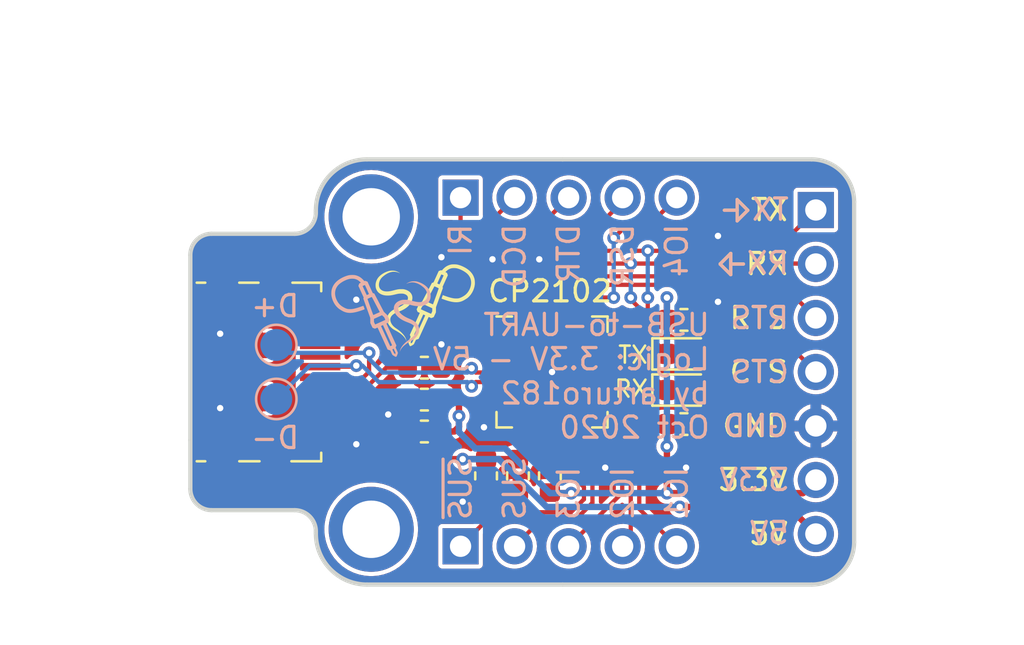
<source format=kicad_pcb>
(kicad_pcb (version 20221018) (generator pcbnew)
  (layers (0 "F.Cu" signal) (31 "B.Cu" signal) (34 "B.Paste" user) (35 "F.Paste" user) (36 "B.SilkS" user "B.Silkscreen") (37 "F.SilkS" user "F.Silkscreen") (38 "B.Mask" user) (39 "F.Mask" user) (44 "Edge.Cuts" user))
  (net 0 "")
  (net 1 "GND")
  (net 2 "+3V3")
  (net 3 "VBUS")
  (net 4 "Net-(D1-Pad2)")
  (net 5 "Net-(D2-Pad2)")
  (net 6 "Net-(J1-PadA5)")
  (net 7 "/D+")
  (net 8 "/D-")
  (net 9 "Net-(J1-PadB5)")
  (net 10 "Net-(R4-Pad1)")
  (net 11 "/~{DTR}")
  (net 12 "/~{DSR}")
  (net 13 "/TXD")
  (net 14 "/RXD")
  (net 15 "/~{RTS}")
  (net 16 "/~{CTS}")
  (net 17 "Net-(U1-Pad15)")
  (net 18 "Net-(U1-Pad14)")
  (net 19 "Net-(U1-Pad13)")
  (net 20 "Net-(U1-Pad10)")
  (net 21 "/GPIO6")
  (net 22 "/SUSPEND")
  (net 23 "/~{SUSPEND}")
  (net 24 "/GPIO4")
  (net 25 "/GPIO5")
  (net 26 "/~{RI}")
  (net 27 "/~{DCD}")
  (net 28 "/GPIO0")
  (net 29 "/GPIO1")
  (net 30 "/GPIO2")
  (net 31 "/GPIO3")
  (footprint "Capacitor_SMD:C_0603_1608Metric" (layer "F.Cu") (at 137.6 84.3 180)
    (fp_text reference "C1" hide)
    (fp_text value "0.1uF")
    (pad "1" smd roundrect (at -0.7875 0 180) (size 0.875 0.95) (layers "F.Cu" "F.Paste" "F.Mask") (net 2 "+3V3"))
    (pad "2" smd roundrect (at 0.7875 0 180) (size 0.875 0.95) (layers "F.Cu" "F.Paste" "F.Mask") (net 1 "GND"))
  )
  (footprint "LED_SMD:LED_0603_1608Metric" (layer "F.Cu") (at 149.8 82.35)
    (fp_text reference "D1" hide)
    (fp_text value "LED_RXD")
    (pad "1" smd roundrect (at -0.7875 0) (size 0.875 0.95) (layers "F.Cu" "F.Paste" "F.Mask") (net 14 "/RXD"))
    (pad "2" smd roundrect (at 0.7875 0) (size 0.875 0.95) (layers "F.Cu" "F.Paste" "F.Mask") (net 4 "Net-(D1-Pad2)"))
  )
  (footprint "Capacitor_SMD:C_0603_1608Metric" (layer "F.Cu") (at 142 86.3875 -90)
    (fp_text reference "C4" hide)
    (fp_text value "4.7uF")
    (pad "1" smd roundrect (at -0.7875 0 270) (size 0.875 0.95) (layers "F.Cu" "F.Paste" "F.Mask") (net 3 "VBUS"))
    (pad "2" smd roundrect (at 0.7875 0 270) (size 0.875 0.95) (layers "F.Cu" "F.Paste" "F.Mask") (net 1 "GND"))
  )
  (footprint "Package_DFN_QFN:QFN-28-1EP_5x5mm_P0.5mm_EP3.35x3.35mm" (layer "F.Cu") (at 143.6 81.5)
    (fp_text reference "U1" hide)
    (fp_text value "CP2102N-Axx-xQFN28")
    (pad "1" smd roundrect (at -2.45 -1.5) (size 0.8 0.25) (layers "F.Cu" "F.Paste" "F.Mask") (net 27 "/~{DCD}"))
    (pad "2" smd roundrect (at -2.45 -1) (size 0.8 0.25) (layers "F.Cu" "F.Paste" "F.Mask") (net 26 "/~{RI}"))
    (pad "3" smd roundrect (at -2.45 -0.5) (size 0.8 0.25) (layers "F.Cu" "F.Paste" "F.Mask") (net 1 "GND"))
    (pad "4" smd roundrect (at -2.45 0) (size 0.8 0.25) (layers "F.Cu" "F.Paste" "F.Mask") (net 7 "/D+"))
    (pad "5" smd roundrect (at -2.45 0.5) (size 0.8 0.25) (layers "F.Cu" "F.Paste" "F.Mask") (net 8 "/D-"))
    (pad "6" smd roundrect (at -2.45 1) (size 0.8 0.25) (layers "F.Cu" "F.Paste" "F.Mask") (net 2 "+3V3"))
    (pad "7" smd roundrect (at -2.45 1.5) (size 0.8 0.25) (layers "F.Cu" "F.Paste" "F.Mask") (net 3 "VBUS"))
    (pad "8" smd roundrect (at -1.5 2.45) (size 0.25 0.8) (layers "F.Cu" "F.Paste" "F.Mask") (net 3 "VBUS"))
    (pad "9" smd roundrect (at -1 2.45) (size 0.25 0.8) (layers "F.Cu" "F.Paste" "F.Mask") (net 10 "Net-(R4-Pad1)"))
    (pad "10" smd roundrect (at -0.5 2.45) (size 0.25 0.8) (layers "F.Cu" "F.Paste" "F.Mask") (net 20 "Net-(U1-Pad10)"))
    (pad "11" smd roundrect (at 0 2.45) (size 0.25 0.8) (layers "F.Cu" "F.Paste" "F.Mask") (net 23 "/~{SUSPEND}"))
    (pad "12" smd roundrect (at 0.5 2.45) (size 0.25 0.8) (layers "F.Cu" "F.Paste" "F.Mask") (net 22 "/SUSPEND"))
    (pad "13" smd roundrect (at 1 2.45) (size 0.25 0.8) (layers "F.Cu" "F.Paste" "F.Mask") (net 19 "Net-(U1-Pad13)"))
    (pad "14" smd roundrect (at 1.5 2.45) (size 0.25 0.8) (layers "F.Cu" "F.Paste" "F.Mask") (net 18 "Net-(U1-Pad14)"))
    (pad "15" smd roundrect (at 2.45 1.5) (size 0.8 0.25) (layers "F.Cu" "F.Paste" "F.Mask") (net 17 "Net-(U1-Pad15)"))
    (pad "16" smd roundrect (at 2.45 1) (size 0.8 0.25) (layers "F.Cu" "F.Paste" "F.Mask") (net 31 "/GPIO3"))
    (pad "17" smd roundrect (at 2.45 0.5) (size 0.8 0.25) (layers "F.Cu" "F.Paste" "F.Mask") (net 30 "/GPIO2"))
    (pad "18" smd roundrect (at 2.45 0) (size 0.8 0.25) (layers "F.Cu" "F.Paste" "F.Mask") (net 29 "/GPIO1"))
    (pad "19" smd roundrect (at 2.45 -0.5) (size 0.8 0.25) (layers "F.Cu" "F.Paste" "F.Mask") (net 28 "/GPIO0"))
    (pad "20" smd roundrect (at 2.45 -1) (size 0.8 0.25) (layers "F.Cu" "F.Paste" "F.Mask") (net 21 "/GPIO6"))
    (pad "21" smd roundrect (at 2.45 -1.5) (size 0.8 0.25) (layers "F.Cu" "F.Paste" "F.Mask") (net 25 "/GPIO5"))
    (pad "22" smd roundrect (at 1.5 -2.45) (size 0.25 0.8) (layers "F.Cu" "F.Paste" "F.Mask") (net 24 "/GPIO4"))
    (pad "23" smd roundrect (at 1 -2.45) (size 0.25 0.8) (layers "F.Cu" "F.Paste" "F.Mask") (net 16 "/~{CTS}"))
    (pad "24" smd roundrect (at 0.5 -2.45) (size 0.25 0.8) (layers "F.Cu" "F.Paste" "F.Mask") (net 15 "/~{RTS}"))
    (pad "25" smd roundrect (at 0 -2.45) (size 0.25 0.8) (layers "F.Cu" "F.Paste" "F.Mask") (net 14 "/RXD"))
    (pad "26" smd roundrect (at -0.5 -2.45) (size 0.25 0.8) (layers "F.Cu" "F.Paste" "F.Mask") (net 13 "/TXD"))
    (pad "27" smd roundrect (at -1 -2.45) (size 0.25 0.8) (layers "F.Cu" "F.Paste" "F.Mask") (net 12 "/~{DSR}"))
    (pad "28" smd roundrect (at -1.5 -2.45) (size 0.25 0.8) (layers "F.Cu" "F.Paste" "F.Mask") (net 11 "/~{DTR}"))
    (pad "29" smd rect (at 0 0) (size 3.35 3.35) (layers "F.Cu" "F.Mask") (net 1 "GND"))
  )
  (footprint "Resistor_SMD:R_0603_1608Metric" (layer "F.Cu") (at 143.5 86.3875 -90)
    (fp_text reference "R4" hide)
    (fp_text value "10K")
    (pad "1" smd roundrect (at -0.7875 0 270) (size 0.875 0.95) (layers "F.Cu" "F.Paste" "F.Mask") (net 10 "Net-(R4-Pad1)"))
    (pad "2" smd roundrect (at 0.7875 0 270) (size 0.875 0.95) (layers "F.Cu" "F.Paste" "F.Mask") (net 2 "+3V3"))
  )
  (footprint "Capacitor_SMD:C_0603_1608Metric" (layer "F.Cu") (at 140.5 86.3875 -90)
    (fp_text reference "C3" hide)
    (fp_text value "0.1uF")
    (pad "1" smd roundrect (at -0.7875 0 270) (size 0.875 0.95) (layers "F.Cu" "F.Paste" "F.Mask") (net 3 "VBUS"))
    (pad "2" smd roundrect (at 0.7875 0 270) (size 0.875 0.95) (layers "F.Cu" "F.Paste" "F.Mask") (net 1 "GND"))
  )
  (footprint "MountingHole:MountingHole_2.7mm_M2.5_DIN965_Pad" (layer "F.Cu") (at 135.1 74.2)
    (fp_text reference "REF**" hide)
    (fp_text value "MountingHole_2.7mm_M2.5_DIN965_Pad")
    (pad "1" thru_hole circle (at 0 0) (size 4 4) (drill 2.7) (layers "*.Cu" "*.Mask"))
  )
  (footprint "Connector_USB_Extra:USB_C_Plug_UTC009-C12" (layer "F.Cu") (at 132.5 81.5 -90)
    (fp_text reference "J1" hide)
    (fp_text value "USB_C_Plug_USB2.0")
    (pad "A1" smd rect (at 2.75 -0.2 270) (size 0.35 1.9) (layers "F.Cu" "F.Paste" "F.Mask") (net 1 "GND"))
    (pad "A4" smd rect (at 1.25 -0.2 270) (size 0.35 1.9) (layers "F.Cu" "F.Paste" "F.Mask") (net 3 "VBUS"))
    (pad "A5" smd rect (at 0.75 -0.2 270) (size 0.35 1.9) (layers "F.Cu" "F.Paste" "F.Mask") (net 6 "Net-(J1-PadA5)"))
    (pad "A6" smd rect (at 0.25 -0.2 270) (size 0.35 1.9) (layers "F.Cu" "F.Paste" "F.Mask") (net 7 "/D+"))
    (pad "A7" smd rect (at -0.25 -0.2 270) (size 0.35 1.9) (layers "F.Cu" "F.Paste" "F.Mask") (net 8 "/D-"))
    (pad "A10" smd rect (at -1.75 -0.2 270) (size 0.35 1.9) (layers "F.Cu" "F.Paste" "F.Mask"))
    (pad "A11" smd rect (at -2.25 -0.2 270) (size 0.35 1.9) (layers "F.Cu" "F.Paste" "F.Mask"))
    (pad "B2" smd rect (at -2.75 -0.2 270) (size 0.35 1.9) (layers "F.Cu" "F.Paste" "F.Mask"))
    (pad "B3" smd rect (at -1.25 -0.2 270) (size 0.35 1.9) (layers "F.Cu" "F.Paste" "F.Mask"))
    (pad "B5" smd rect (at -0.75 -0.2 270) (size 0.35 1.9) (layers "F.Cu" "F.Paste" "F.Mask") (net 9 "Net-(J1-PadB5)"))
    (pad "B9" smd rect (at 1.75 -0.2 270) (size 0.35 1.9) (layers "F.Cu" "F.Paste" "F.Mask") (net 3 "VBUS"))
    (pad "B12" smd rect (at 2.25 -0.2 270) (size 0.35 1.9) (layers "F.Cu" "F.Paste" "F.Mask") (net 1 "GND"))
    (pad "S1" smd rect (at -4.55 1.9 270) (size 1.5 1.4) (layers "F.Cu" "F.Paste" "F.Mask") (net 1 "GND"))
    (pad "S1" smd rect (at -4.55 4.4 270) (size 1.5 1.4) (layers "F.Cu" "F.Paste" "F.Mask") (net 1 "GND"))
    (pad "S1" smd rect (at -3.4 -0.1 270) (size 0.65 2.1) (layers "F.Cu" "F.Paste" "F.Mask") (net 1 "GND"))
    (pad "S1" smd rect (at -1.75 4.5 270) (size 1.2 1.2) (layers "F.Cu" "F.Paste" "F.Mask") (net 1 "GND"))
    (pad "S1" smd rect (at -1.25 2.75 270) (size 1.2 1.2) (layers "F.Cu" "F.Paste" "F.Mask") (net 1 "GND"))
    (pad "S1" smd rect (at 1.25 2.75 270) (size 1.2 1.2) (layers "F.Cu" "F.Paste" "F.Mask") (net 1 "GND"))
    (pad "S1" smd rect (at 1.75 4.5 270) (size 1.2 1.2) (layers "F.Cu" "F.Paste" "F.Mask") (net 1 "GND"))
    (pad "S1" smd rect (at 3.4 -0.1 270) (size 0.65 2.1) (layers "F.Cu" "F.Paste" "F.Mask") (net 1 "GND"))
    (pad "S1" smd rect (at 4.55 1.9 270) (size 1.5 1.3) (layers "F.Cu" "F.Paste" "F.Mask") (net 1 "GND"))
    (pad "S1" smd rect (at 4.55 4.4 270) (size 1.5 1.4) (layers "F.Cu" "F.Paste" "F.Mask") (net 1 "GND"))
  )
  (footprint "LED_SMD:LED_0603_1608Metric" (layer "F.Cu") (at 149.8 80.65)
    (fp_text reference "D2" hide)
    (fp_text value "LED_TXD")
    (pad "1" smd roundrect (at -0.7875 0) (size 0.875 0.95) (layers "F.Cu" "F.Paste" "F.Mask") (net 13 "/TXD"))
    (pad "2" smd roundrect (at 0.7875 0) (size 0.875 0.95) (layers "F.Cu" "F.Paste" "F.Mask") (net 5 "Net-(D2-Pad2)"))
  )
  (footprint "Symbols_Extra:SolderParty-New-Logo_5x4.2mm_SilkScreen" (layer "F.Cu") (at 137.8 78.2)
    (fp_text reference "G***" hide)
    (fp_text value "LOGO" hide)
  )
  (footprint "Connector_PinHeader_2.54mm:PinHeader_1x07_P2.54mm_Vertical" (layer "F.Cu") (at 156 73.88)
    (fp_text reference "J2" hide)
    (fp_text value "Conn_01x07")
    (pad "1" thru_hole rect (at 0 0) (size 1.7 1.7) (drill 1) (layers "*.Cu" "*.Mask") (net 13 "/TXD"))
    (pad "2" thru_hole oval (at 0 2.54) (size 1.7 1.7) (drill 1) (layers "*.Cu" "*.Mask") (net 14 "/RXD"))
    (pad "3" thru_hole oval (at 0 5.08) (size 1.7 1.7) (drill 1) (layers "*.Cu" "*.Mask") (net 15 "/~{RTS}"))
    (pad "4" thru_hole oval (at 0 7.62) (size 1.7 1.7) (drill 1) (layers "*.Cu" "*.Mask") (net 16 "/~{CTS}"))
    (pad "5" thru_hole oval (at 0 10.16) (size 1.7 1.7) (drill 1) (layers "*.Cu" "*.Mask") (net 1 "GND"))
    (pad "6" thru_hole oval (at 0 12.7) (size 1.7 1.7) (drill 1) (layers "*.Cu" "*.Mask") (net 2 "+3V3"))
    (pad "7" thru_hole oval (at 0 15.24) (size 1.7 1.7) (drill 1) (layers "*.Cu" "*.Mask") (net 3 "VBUS"))
  )
  (footprint "Capacitor_SMD:C_0603_1608Metric" (layer "F.Cu") (at 137.6 82.8 180)
    (fp_text reference "C2" hide)
    (fp_text value "4.7uF")
    (pad "1" smd roundrect (at -0.7875 0 180) (size 0.875 0.95) (layers "F.Cu" "F.Paste" "F.Mask") (net 2 "+3V3"))
    (pad "2" smd roundrect (at 0.7875 0 180) (size 0.875 0.95) (layers "F.Cu" "F.Paste" "F.Mask") (net 1 "GND"))
  )
  (footprint "Resistor_SMD:R_0603_1608Metric" (layer "F.Cu") (at 137.6 81.3 180)
    (fp_text reference "R3" hide)
    (fp_text value "5.1K")
    (pad "1" smd roundrect (at -0.7875 0 180) (size 0.875 0.95) (layers "F.Cu" "F.Paste" "F.Mask") (net 1 "GND"))
    (pad "2" smd roundrect (at 0.7875 0 180) (size 0.875 0.95) (layers "F.Cu" "F.Paste" "F.Mask") (net 6 "Net-(J1-PadA5)"))
  )
  (footprint "Resistor_SMD:R_0603_1608Metric" (layer "F.Cu") (at 149.8 83.95 180)
    (fp_text reference "R1" hide)
    (fp_text value "1K")
    (pad "1" smd roundrect (at -0.7875 0 180) (size 0.875 0.95) (layers "F.Cu" "F.Paste" "F.Mask") (net 4 "Net-(D1-Pad2)"))
    (pad "2" smd roundrect (at 0.7875 0 180) (size 0.875 0.95) (layers "F.Cu" "F.Paste" "F.Mask") (net 2 "+3V3"))
  )
  (footprint "Connector_PinHeader_2.54mm:PinHeader_1x05_P2.54mm_Vertical" (layer "F.Cu") (at 139.3 73.3 90)
    (fp_text reference "J4" hide)
    (fp_text value "Conn_01x05")
    (pad "1" thru_hole rect (at 0 0 90) (size 1.7 1.7) (drill 1) (layers "*.Cu" "*.Mask") (net 26 "/~{RI}"))
    (pad "2" thru_hole oval (at 0 2.54 90) (size 1.7 1.7) (drill 1) (layers "*.Cu" "*.Mask") (net 27 "/~{DCD}"))
    (pad "3" thru_hole oval (at 0 5.08 90) (size 1.7 1.7) (drill 1) (layers "*.Cu" "*.Mask") (net 11 "/~{DTR}"))
    (pad "4" thru_hole oval (at 0 7.62 90) (size 1.7 1.7) (drill 1) (layers "*.Cu" "*.Mask") (net 12 "/~{DSR}"))
    (pad "5" thru_hole oval (at 0 10.16 90) (size 1.7 1.7) (drill 1) (layers "*.Cu" "*.Mask") (net 24 "/GPIO4"))
  )
  (footprint "MountingHole:MountingHole_2.7mm_M2.5_DIN965_Pad" (layer "F.Cu") (at 135.1 88.9)
    (fp_text reference "REF**" hide)
    (fp_text value "MountingHole_2.7mm_M2.5_DIN965_Pad")
    (pad "1" thru_hole circle (at 0 0) (size 4 4) (drill 2.7) (layers "*.Cu" "*.Mask"))
  )
  (footprint "Connector_PinHeader_2.54mm:PinHeader_1x05_P2.54mm_Vertical" (layer "F.Cu") (at 139.3 89.7 90)
    (fp_text reference "J3" hide)
    (fp_text value "Conn_01x05")
    (pad "1" thru_hole rect (at 0 0 90) (size 1.7 1.7) (drill 1) (layers "*.Cu" "*.Mask") (net 23 "/~{SUSPEND}"))
    (pad "2" thru_hole oval (at 0 2.54 90) (size 1.7 1.7) (drill 1) (layers "*.Cu" "*.Mask") (net 22 "/SUSPEND"))
    (pad "3" thru_hole oval (at 0 5.08 90) (size 1.7 1.7) (drill 1) (layers "*.Cu" "*.Mask") (net 31 "/GPIO3"))
    (pad "4" thru_hole oval (at 0 7.62 90) (size 1.7 1.7) (drill 1) (layers "*.Cu" "*.Mask") (net 30 "/GPIO2"))
    (pad "5" thru_hole oval (at 0 10.16 90) (size 1.7 1.7) (drill 1) (layers "*.Cu" "*.Mask") (net 29 "/GPIO1"))
  )
  (footprint "Resistor_SMD:R_0603_1608Metric" (layer "F.Cu") (at 149.8 79.05 180)
    (fp_text reference "R2" hide)
    (fp_text value "1K")
    (pad "1" smd roundrect (at -0.7875 0 180) (size 0.875 0.95) (layers "F.Cu" "F.Paste" "F.Mask") (net 5 "Net-(D2-Pad2)"))
    (pad "2" smd roundrect (at 0.7875 0 180) (size 0.875 0.95) (layers "F.Cu" "F.Paste" "F.Mask") (net 2 "+3V3"))
  )
  (footprint "TestPoint:TestPoint_Pad_D1.5mm" (layer "B.Cu") (at 130.64 80.229997 -90)
    (fp_text reference "TP2" hide)
    (fp_text value "TP_D+")
    (pad "1" smd circle (at 0 0 270) (size 1.5 1.5) (layers "B.Cu" "B.Mask") (net 7 "/D+"))
  )
  (footprint "Symbols_Extra:SolderParty-New-Logo_5x4.2mm_SilkScreen" (layer "B.Cu") (at 135.4 78.7 180)
    (fp_text reference "G***" hide)
    (fp_text value "LOGO" hide)
  )
  (footprint "TestPoint:TestPoint_Pad_D1.5mm" (layer "B.Cu") (at 130.64 82.77 -90)
    (fp_text reference "TP1" hide)
    (fp_text value "TP_D-")
    (pad "1" smd circle (at 0 0 270) (size 1.5 1.5) (layers "B.Cu" "B.Mask") (net 8 "/D-"))
  )
  (gr_line (start 152.3 74.395) (end 152.3 73.395) (stroke (width 0.15)) (layer "B.SilkS"))
  (gr_line (start 151.5 76.425) (end 152 75.925) (stroke (width 0.15)) (layer "B.SilkS"))
  (gr_line (start 152.8 73.895) (end 152.3 73.395) (stroke (width 0.15)) (layer "B.SilkS"))
  (gr_line (start 152 76.425) (end 152.6 76.425) (stroke (width 0.15)) (layer "B.SilkS"))
  (gr_line (start 152.300001 73.895) (end 151.700001 73.895) (stroke (width 0.15)) (layer "B.SilkS"))
  (gr_line (start 151.5 76.425) (end 152 76.925) (stroke (width 0.15)) (layer "B.SilkS"))
  (gr_line (start 152 75.925) (end 152 76.925) (stroke (width 0.15)) (layer "B.SilkS"))
  (gr_line (start 152.8 73.895) (end 152.3 74.395) (stroke (width 0.15)) (layer "B.SilkS"))
  (gr_line (start 152.8 73.89) (end 152.3 74.39) (stroke (width 0.15)) (layer "F.SilkS"))
  (gr_line (start 152 76.42) (end 152.6 76.42) (stroke (width 0.15)) (layer "F.SilkS"))
  (gr_line (start 152.8 73.89) (end 152.3 73.39) (stroke (width 0.15)) (layer "F.SilkS"))
  (gr_line (start 151.5 76.42) (end 152 76.92) (stroke (width 0.15)) (layer "F.SilkS"))
  (gr_line (start 151.5 76.42) (end 152 75.92) (stroke (width 0.15)) (layer "F.SilkS"))
  (gr_line (start 152 76.92) (end 152 75.92) (stroke (width 0.15)) (layer "F.SilkS"))
  (gr_line (start 152.3 73.39) (end 152.3 74.39) (stroke (width 0.15)) (layer "F.SilkS"))
  (gr_line (start 152.300001 73.89) (end 151.700001 73.89) (stroke (width 0.15)) (layer "F.SilkS"))
  (gr_line (start 131.5 75) (end 127.6 75) (stroke (width 0.2)) (layer "Edge.Cuts"))
  (gr_line (start 155.8 91.500001) (end 144.1 91.5) (stroke (width 0.2)) (layer "Edge.Cuts"))
  (gr_arc (start 132.5 73.900001) (mid 133.202944 72.202945) (end 134.9 71.500001) (stroke (width 0.2)) (layer "Edge.Cuts"))
  (gr_arc (start 126.6 76) (mid 126.892893 75.292893) (end 127.6 75) (stroke (width 0.2)) (layer "Edge.Cuts"))
  (gr_line (start 157.8 84.7) (end 157.800001 89.5) (stroke (width 0.2)) (layer "Edge.Cuts"))
  (gr_arc (start 132.5 74) (mid 132.207107 74.707107) (end 131.5 75) (stroke (width 0.2)) (layer "Edge.Cuts"))
  (gr_arc (start 157.800001 89.5) (mid 157.214214 90.914214) (end 155.8 91.500001) (stroke (width 0.2)) (layer "Edge.Cuts"))
  (gr_line (start 144.1 91.5) (end 134.9 91.5) (stroke (width 0.2)) (layer "Edge.Cuts"))
  (gr_line (start 126.6 87) (end 126.6 84.7) (stroke (width 0.2)) (layer "Edge.Cuts"))
  (gr_line (start 131.5 88) (end 127.6 88) (stroke (width 0.2)) (layer "Edge.Cuts"))
  (gr_line (start 132.5 74) (end 132.5 73.900001) (stroke (width 0.2)) (layer "Edge.Cuts"))
  (gr_line (start 144.1 71.500001) (end 134.9 71.500001) (stroke (width 0.2)) (layer "Edge.Cuts"))
  (gr_line (start 126.6 84.7) (end 126.6 76) (stroke (width 0.2)) (layer "Edge.Cuts"))
  (gr_line (start 155.799999 71.5) (end 144.1 71.500001) (stroke (width 0.2)) (layer "Edge.Cuts"))
  (gr_arc (start 134.9 91.5) (mid 133.202944 90.797056) (end 132.5 89.1) (stroke (width 0.2)) (layer "Edge.Cuts"))
  (gr_line (start 157.8 73.5) (end 157.8 84.7) (stroke (width 0.2)) (layer "Edge.Cuts"))
  (gr_arc (start 155.8 71.5) (mid 157.214214 72.085786) (end 157.8 73.5) (stroke (width 0.2)) (layer "Edge.Cuts"))
  (gr_line (start 132.5 89) (end 132.5 89.1) (stroke (width 0.2)) (layer "Edge.Cuts"))
  (gr_arc (start 127.6 88) (mid 126.892893 87.707107) (end 126.6 87) (stroke (width 0.2)) (layer "Edge.Cuts"))
  (gr_arc (start 131.5 88) (mid 132.207107 88.292893) (end 132.5 89) (stroke (width 0.2)) (layer "Edge.Cuts"))
  (gr_text "~{SUS}" (at 139.3 88.55 90) (layer "B.SilkS") (effects (font (size 1 1)) (justify right mirror)))
  (gr_text "GND" (at 151.57 84.04) (layer "B.SilkS") (effects (font (size 1 1)) (justify right mirror)))
  (gr_text "IO3" (at 144.38 88.55 90) (layer "B.SilkS") (effects (font (size 1 1)) (justify right mirror)))
  (gr_text "IO4" (at 149.46 74.45 90) (layer "B.SilkS") (effects (font (size 1 1)) (justify left mirror)))
  (gr_text "IO2" (at 146.92 88.55 90) (layer "B.SilkS") (effects (font (size 1 1)) (justify right mirror)))
  (gr_text "D-" (at 131.8 84.6) (layer "B.SilkS") (effects (font (size 1 1)) (justify left mirror)))
  (gr_text "3.3V" (at 151.381905 86.575) (layer "B.SilkS") (effects (font (size 1 1)) (justify right mirror)))
  (gr_text "SUS" (at 141.84 88.55 90) (layer "B.SilkS") (effects (font (size 1 1)) (justify right mirror)))
  (gr_text "TX" (at 152.905714 73.8575) (layer "B.SilkS") (effects (font (size 1 1)) (justify right mirror)))
  (gr_text "USB-to-UART\nLogic: 3.3V - 5V\nby arturo182\nOct 2020" (at 151.1 81.7) (layer "B.SilkS") (effects (font (size 1 1)) (justify left mirror)))
  (gr_text "D+" (at 131.8 78.4) (layer "B.SilkS") (effects (font (size 1 1)) (justify left mirror)))
  (gr_text "CTS" (at 151.91 81.5) (layer "B.SilkS") (effects (font (size 1 1)) (justify right mirror)))
  (gr_text "RX" (at 152.667619 76.3775) (layer "B.SilkS") (effects (font (size 1 1)) (justify right mirror)))
  (gr_text "DCD" (at 141.84 74.45 90) (layer "B.SilkS") (effects (font (size 1 1)) (justify left mirror)))
  (gr_text "DSR" (at 146.92 74.45 90) (layer "B.SilkS") (effects (font (size 1 1)) (justify left mirror)))
  (gr_text "5V" (at 152.810476 89.0725) (layer "B.SilkS") (effects (font (size 1 1)) (justify right mirror)))
  (gr_text "RTS" (at 151.905714 78.96) (layer "B.SilkS") (effects (font (size 1 1)) (justify right mirror)))
  (gr_text "DTR" (at 144.38 74.45 90) (layer "B.SilkS") (effects (font (size 1 1)) (justify left mirror)))
  (gr_text "RI" (at 139.3 74.45 90) (layer "B.SilkS") (effects (font (size 1 1)) (justify left mirror)))
  (gr_text "IO1" (at 149.46 88.55 90) (layer "B.SilkS") (effects (font (size 1 1)) (justify right mirror)))
  (gr_text "3.3V" (at 154.77 86.58) (layer "F.SilkS") (effects (font (size 1 1)) (justify right)))
  (gr_text "5V" (at 154.77 89.12) (layer "F.SilkS") (effects (font (size 1 1)) (justify right)))
  (gr_text "CTS" (at 154.77 81.5) (layer "F.SilkS") (effects (font (size 1 1)) (justify right)))
  (gr_text "TX" (at 148.1686 80.696) (layer "F.SilkS") (effects (font (size 0.8 0.8) (thickness 0.12)) (justify right)))
  (gr_text "GND" (at 154.77 84.04) (layer "F.SilkS") (effects (font (size 1 1)) (justify right)))
  (gr_text "CP2102" (at 143.5 77.7) (layer "F.SilkS") (effects (font (size 1 1))))
  (gr_text "RTS" (at 154.77 78.96) (layer "F.SilkS") (effects (font (size 1 1)) (justify right)))
  (gr_text "RX" (at 154.77 76.42) (layer "F.SilkS") (effects (font (size 1 1)) (justify right)))
  (gr_text "RX" (at 148.1836 82.296) (layer "F.SilkS") (effects (font (size 0.8 0.8) (thickness 0.12)) (justify right)))
  (gr_text "TX" (at 154.77 73.88) (layer "F.SilkS") (effects (font (size 1 1)) (justify right)))
  (segment (start 143.1 81) (end 143.6 81.5) (width 0.2) (layer "F.Cu") (net 1))
  (segment (start 143.6 81.5) (end 145.9 79.2) (width 0.2) (layer "F.Cu") (net 1))
  (segment (start 145.8 83.7) (end 145.8 84) (width 0.2) (layer "F.Cu") (net 1))
  (segment (start 141.15 81) (end 143.1 81) (width 0.2) (layer "F.Cu") (net 1))
  (segment (start 143.6 81.5) (end 145.8 83.7) (width 0.2) (layer "F.Cu") (net 1))
  (segment (start 143.6 81.5) (end 141.4 79.3) (width 0.2) (layer "F.Cu") (net 1))
  (segment (start 141.4 79.3) (end 141.4 79.1) (width 0.2) (layer "F.Cu") (net 1))
  (via (at 149.9 86) (size 0.6) (drill 0.3) (layers "F.Cu" "B.Cu") (net 1))
  (via (at 128 79.7) (size 0.6) (drill 0.3) (layers "F.Cu" "B.Cu") (net 1))
  (via (at 138.4 76.1) (size 0.6) (drill 0.3) (layers "F.Cu" "B.Cu") (net 1))
  (via (at 143 76.2) (size 0.6) (drill 0.3) (layers "F.Cu" "B.Cu") (net 1))
  (via (at 146.1 86) (size 0.6) (drill 0.3) (layers "F.Cu" "B.Cu") (net 1))
  (via (at 151.4 75.1) (size 0.6) (drill 0.3) (layers "F.Cu" "B.Cu") (net 1))
  (via (at 138.4 80.2) (size 0.6) (drill 0.3) (layers "F.Cu" "B.Cu") (net 1))
  (via (at 128 83.2) (size 0.6) (drill 0.3) (layers "F.Cu" "B.Cu") (net 1))
  (via (at 140.4 84.1) (size 0.6) (drill 0.3) (layers "F.Cu" "B.Cu") (net 1))
  (via (at 139.4 87.6) (size 0.6) (drill 0.3) (layers "F.Cu" "B.Cu") (net 1))
  (via (at 151.4 78.2) (size 0.6) (drill 0.3) (layers "F.Cu" "B.Cu") (net 1))
  (via (at 135.9 83.5) (size 0.6) (drill 0.3) (layers "F.Cu" "B.Cu") (net 1))
  (via (at 143.6 81.5) (size 0.6) (drill 0.3) (layers "F.Cu" "B.Cu") (net 1))
  (via (at 134.4 84.9) (size 0.6) (drill 0.3) (layers "F.Cu" "B.Cu") (net 1))
  (via (at 134.4 78.1) (size 0.6) (drill 0.3) (layers "F.Cu" "B.Cu") (net 1))
  (via (at 140.8 76.2) (size 0.6) (drill 0.3) (layers "F.Cu" "B.Cu") (net 1))
  (segment (start 138.412501 82.825001) (end 138.3875 82.8) (width 0.3) (layer "F.Cu") (net 2))
  (segment (start 149 78) (end 149 79.0375) (width 0.3) (layer "F.Cu") (net 2))
  (segment (start 149 79.0375) (end 149.0125 79.05) (width 0.3) (layer "F.Cu") (net 2))
  (segment (start 141.15 82.5) (end 140.437002 82.5) (width 0.3) (layer "F.Cu") (net 2))
  (segment (start 144.5 87.2) (end 143.525 87.2) (width 0.3) (layer "F.Cu") (net 2))
  (segment (start 149.0125 84.9875) (end 149 85) (width 0.3) (layer "F.Cu") (net 2))
  (segment (start 139 84.3) (end 138.3875 84.3) (width 0.3) (layer "F.Cu") (net 2))
  (segment (start 139.225001 82.825001) (end 138.974999 82.825001) (width 0.3) (layer "F.Cu") (net 2))
  (segment (start 149.0125 83.95) (end 149.0125 84.9875) (width 0.3) (layer "F.Cu") (net 2))
  (segment (start 139.225001 82.825001) (end 139.225001 83.574999) (width 0.3) (layer "F.Cu") (net 2))
  (segment (start 149 87.2) (end 155.4 87.2) (width 0.3) (layer "F.Cu") (net 2))
  (segment (start 140.437002 82.5) (end 140.112001 82.825001) (width 0.3) (layer "F.Cu") (net 2))
  (segment (start 139.225001 84.074999) (end 139 84.3) (width 0.3) (layer "F.Cu") (net 2))
  (segment (start 140.112001 82.825001) (end 139.225001 82.825001) (width 0.3) (layer "F.Cu") (net 2))
  (segment (start 139.225001 83.574999) (end 139.225001 84.074999) (width 0.3) (layer "F.Cu") (net 2))
  (segment (start 138.974999 82.825001) (end 138.412501 82.825001) (width 0.3) (layer "F.Cu") (net 2))
  (segment (start 149 87) (end 149 85) (width 0.3) (layer "F.Cu") (net 2))
  (segment (start 143.525 87.2) (end 143.5 87.175) (width 0.3) (layer "F.Cu") (net 2))
  (segment (start 155.38 87.2) (end 156 86.58) (width 0.3) (layer "F.Cu") (net 2))
  (via (at 149 87.2) (size 0.6) (drill 0.3) (layers "F.Cu" "B.Cu") (net 2))
  (via (at 149 85) (size 0.6) (drill 0.3) (layers "F.Cu" "B.Cu") (net 2))
  (via (at 139.225001 83.574999) (size 0.6) (drill 0.3) (layers "F.Cu" "B.Cu") (net 2))
  (via (at 149 78) (size 0.6) (drill 0.3) (layers "F.Cu" "B.Cu") (net 2))
  (via (at 144.5 87.2) (size 0.6) (drill 0.3) (layers "F.Cu" "B.Cu") (net 2))
  (segment (start 140 85.1) (end 141.4 85.1) (width 0.3) (layer "B.Cu") (net 2))
  (segment (start 143.5 87.2) (end 144.5 87.2) (width 0.3) (layer "B.Cu") (net 2))
  (segment (start 139.225001 84.325001) (end 140 85.1) (width 0.3) (layer "B.Cu") (net 2))
  (segment (start 139.225001 83.574999) (end 139.225001 84.325001) (width 0.3) (layer "B.Cu") (net 2))
  (segment (start 141.4 85.1) (end 143.5 87.2) (width 0.3) (layer "B.Cu") (net 2))
  (segment (start 144.5 87.2) (end 149 87.2) (width 0.3) (layer "B.Cu") (net 2))
  (segment (start 149 85) (end 149 78) (width 0.3) (layer "B.Cu") (net 2))
  (segment (start 141.15 83) (end 141.15 83.55) (width 0.3) (layer "F.Cu") (net 3))
  (segment (start 142.1 85.5) (end 142 85.6) (width 0.3) (layer "F.Cu") (net 3))
  (segment (start 141.55 83.95) (end 142.1 83.95) (width 0.3) (layer "F.Cu") (net 3))
  (segment (start 142.1 84.0375) (end 142.1 85.5) (width 0.3) (layer "F.Cu") (net 3))
  (segment (start 140.5 85.6) (end 142 85.6) (width 0.3) (layer "F.Cu") (net 3))
  (segment (start 149.6 87.85) (end 154.7 87.85) (width 0.3) (layer "F.Cu") (net 3))
  (segment (start 139.4 85.6) (end 135.9 85.6) (width 0.3) (layer "F.Cu") (net 3))
  (segment (start 135.9 85.6) (end 135.2 84.9) (width 0.3) (layer "F.Cu") (net 3))
  (segment (start 140.5 85.6) (end 139.4 85.6) (width 0.3) (layer "F.Cu") (net 3))
  (segment (start 135.2 83.5) (end 134.7 83) (width 0.3) (layer "F.Cu") (net 3))
  (segment (start 134.7 83) (end 133 83) (width 0.3) (layer "F.Cu") (net 3))
  (segment (start 141.15 83.55) (end 141.55 83.95) (width 0.3) (layer "F.Cu") (net 3))
  (segment (start 135.2 84.9) (end 135.2 83.5) (width 0.3) (layer "F.Cu") (net 3))
  (segment (start 154.73 87.85) (end 156 89.12) (width 0.3) (layer "F.Cu") (net 3))
  (via (at 149.6 87.85) (size 0.6) (drill 0.3) (layers "F.Cu" "B.Cu") (net 3))
  (via (at 139.4 85.6) (size 0.6) (drill 0.3) (layers "F.Cu" "B.Cu") (net 3))
  (segment (start 143.350001 87.850001) (end 141.1 85.6) (width 0.3) (layer "B.Cu") (net 3))
  (segment (start 149.6 87.85) (end 143.350001 87.850001) (width 0.3) (layer "B.Cu") (net 3))
  (segment (start 141.1 85.6) (end 139.4 85.6) (width 0.3) (layer "B.Cu") (net 3))
  (segment (start 150.5875 83.95) (end 150.5875 82.35) (width 0.2) (layer "F.Cu") (net 4))
  (segment (start 150.5875 79.05) (end 150.5875 80.65) (width 0.2) (layer "F.Cu") (net 5))
  (segment (start 132.7 82.25) (end 134.85 82.25) (width 0.2) (layer "F.Cu") (net 6))
  (segment (start 134.85 82.25) (end 135.8 81.3) (width 0.2) (layer "F.Cu") (net 6))
  (segment (start 135.8 81.3) (end 136.8125 81.3) (width 0.2) (layer "F.Cu") (net 6))
  (segment (start 133.799802 81.800522) (end 133.74928 81.75) (width 0.2) (layer "F.Cu") (net 7))
  (segment (start 135.000521 81.487481) (end 134.68748 81.800522) (width 0.2) (layer "F.Cu") (net 7))
  (segment (start 134.68748 81.800522) (end 133.799802 81.800522) (width 0.2) (layer "F.Cu") (net 7))
  (segment (start 140.020393 81.525) (end 139.820393 81.325) (width 0.2) (layer "F.Cu") (net 7))
  (segment (start 135.000521 80.599479) (end 135.000521 81.487481) (width 0.2) (layer "F.Cu") (net 7))
  (segment (start 132.7 81.75) (end 132.725 81.725) (width 0.2) (layer "F.Cu") (net 7))
  (segment (start 133.74928 81.75) (end 132.7 81.75) (width 0.2) (layer "F.Cu") (net 7))
  (segment (start 141.15 81.5) (end 141.125 81.525) (width 0.2) (layer "F.Cu") (net 7))
  (segment (start 141.125 81.525) (end 140.020393 81.525) (width 0.2) (layer "F.Cu") (net 7))
  (via (at 139.820393 81.325) (size 0.6) (drill 0.3) (layers "F.Cu" "B.Cu") (net 7))
  (via (at 135.000521 80.599479) (size 0.6) (drill 0.3) (layers "F.Cu" "B.Cu") (net 7))
  (segment (start 130.64 80.34) (end 130.899479 80.599479) (width 0.2) (layer "B.Cu") (net 7))
  (segment (start 139.820393 81.325) (end 139.620393 81.525) (width 0.2) (layer "B.Cu") (net 7))
  (segment (start 130.899479 80.599479) (end 135.000521 80.599479) (width 0.2) (layer "B.Cu") (net 7))
  (segment (start 135.000521 80.882322) (end 135.000521 80.599479) (width 0.2) (layer "B.Cu") (net 7))
  (segment (start 139.620393 81.525) (end 135.643199 81.525) (width 0.2) (layer "B.Cu") (net 7))
  (segment (start 130.56 80.230001) (end 130.56 80.23) (width 0.2) (layer "B.Cu") (net 7))
  (segment (start 135.643199 81.525) (end 135.000521 80.882322) (width 0.2) (layer "B.Cu") (net 7))
  (segment (start 130.64 80.229997) (end 130.64 80.34) (width 0.2) (layer "B.Cu") (net 7))
  (segment (start 141.15 82) (end 141.125 81.975) (width 0.2) (layer "F.Cu") (net 8))
  (segment (start 141.125 81.975) (end 140.020393 81.975) (width 0.2) (layer "F.Cu") (net 8))
  (segment (start 132.7 81.25) (end 134.35 81.25) (width 0.2) (layer "F.Cu") (net 8))
  (segment (start 140.020393 81.975) (end 139.820393 82.175) (width 0.2) (layer "F.Cu") (net 8))
  (segment (start 132.7 81.25) (end 132.725 81.275) (width 0.2) (layer "F.Cu") (net 8))
  (segment (start 134.35 81.25) (end 134.399479 81.200521) (width 0.2) (layer "F.Cu") (net 8))
  (via (at 134.399479 81.200521) (size 0.6) (drill 0.3) (layers "F.Cu" "B.Cu") (net 8))
  (via (at 139.820393 82.175) (size 0.6) (drill 0.3) (layers "F.Cu" "B.Cu") (net 8))
  (segment (start 139.820393 82.175) (end 139.620393 81.975) (width 0.2) (layer "B.Cu") (net 8))
  (segment (start 134.399479 81.200521) (end 132.209479 81.200521) (width 0.2) (layer "B.Cu") (net 8))
  (segment (start 134.682322 81.200521) (end 134.399479 81.200521) (width 0.2) (layer "B.Cu") (net 8))
  (segment (start 135.456801 81.975) (end 134.682322 81.200521) (width 0.2) (layer "B.Cu") (net 8))
  (segment (start 139.620393 81.975) (end 135.456801 81.975) (width 0.2) (layer "B.Cu") (net 8))
  (segment (start 132.209479 81.200521) (end 130.64 82.77) (width 0.2) (layer "B.Cu") (net 8))
  (segment (start 142.6 83.95) (end 142.6 84.7) (width 0.2) (layer "F.Cu") (net 10))
  (segment (start 142.6 84.7) (end 143.5 85.6) (width 0.2) (layer "F.Cu") (net 10))
  (segment (start 142.1 79.05) (end 142.1 75.58) (width 0.2) (layer "F.Cu") (net 11))
  (segment (start 142.1 75.58) (end 144.38 73.3) (width 0.2) (layer "F.Cu") (net 11))
  (segment (start 142.6 77.8) (end 146.92 73.48) (width 0.2) (layer "F.Cu") (net 12))
  (segment (start 142.6 79.05) (end 142.6 77.8) (width 0.2) (layer "F.Cu") (net 12))
  (segment (start 146.92 73.48) (end 146.92 73.3) (width 0.2) (layer "F.Cu") (net 12))
  (segment (start 156 73.88) (end 154.08 75.8) (width 0.2) (layer "F.Cu") (net 13))
  (segment (start 143.1 78.202905) (end 143.1 79.05) (width 0.2) (layer "F.Cu") (net 13))
  (segment (start 149.0125 80.65) (end 148.1 79.7375) (width 0.2) (layer "F.Cu") (net 13))
  (segment (start 154.09999 75.79999) (end 145.502915 75.79999) (width 0.2) (layer "F.Cu") (net 13))
  (segment (start 148.1 79.7375) (end 148.1 77.999999) (width 0.2) (layer "F.Cu") (net 13))
  (segment (start 145.502915 75.79999) (end 143.1 78.202905) (width 0.2) (layer "F.Cu") (net 13))
  (segment (start 154.1 75.8) (end 154.09999 75.79999) (width 0.2) (layer "F.Cu") (net 13))
  (via (at 148.1 77.999999) (size 0.6) (drill 0.3) (layers "F.Cu" "B.Cu") (net 13))
  (via (at 148.1 75.8) (size 0.6) (drill 0.3) (layers "F.Cu" "B.Cu") (net 13))
  (segment (start 148.1 77.999999) (end 148.1 75.8) (width 0.2) (layer "B.Cu") (net 13))
  (segment (start 147.7 78.488001) (end 147.299999 78.088) (width 0.2) (layer "F.Cu") (net 14))
  (segment (start 147.299999 78.088) (end 147.299999 78.000001) (width 0.2) (layer "F.Cu") (net 14))
  (segment (start 147.7 81.0375) (end 147.7 78.488001) (width 0.2) (layer "F.Cu") (net 14))
  (segment (start 156 76.42) (end 155.98 76.4) (width 0.2) (layer "F.Cu") (net 14))
  (segment (start 149.0125 82.35) (end 147.7 81.0375) (width 0.2) (layer "F.Cu") (net 14))
  (segment (start 156 76.4) (end 145.468603 76.4) (width 0.2) (layer "F.Cu") (net 14))
  (segment (start 143.6 78.268603) (end 143.6 79.05) (width 0.2) (layer "F.Cu") (net 14))
  (segment (start 145.468603 76.4) (end 143.6 78.268603) (width 0.2) (layer "F.Cu") (net 14))
  (via (at 147.299999 78.000001) (size 0.6) (drill 0.3) (layers "F.Cu" "B.Cu") (net 14))
  (via (at 147.3 76.399991) (size 0.6) (drill 0.3) (layers "F.Cu" "B.Cu") (net 14))
  (segment (start 147.299999 78.000001) (end 147.299999 76.399992) (width 0.2) (layer "B.Cu") (net 14))
  (segment (start 147.099999 76.399992) (end 147.1 76.399991) (width 0.2) (layer "B.Cu") (net 14))
  (segment (start 156 78.96) (end 154.039991 76.999991) (width 0.2) (layer "F.Cu") (net 15))
  (segment (start 144.1 78.334302) (end 144.1 79.05) (width 0.2) (layer "F.Cu") (net 15))
  (segment (start 154 76.999991) (end 145.434311 76.999991) (width 0.2) (layer "F.Cu") (net 15))
  (segment (start 145.434311 76.999991) (end 144.1 78.334302) (width 0.2) (layer "F.Cu") (net 15))
  (segment (start 144.6 78.4) (end 144.6 79.05) (width 0.2) (layer "F.Cu") (net 16))
  (segment (start 156 81.5) (end 151.899999 77.399999) (width 0.2) (layer "F.Cu") (net 16))
  (segment (start 151.9 77.399999) (end 145.600001 77.399999) (width 0.2) (layer "F.Cu") (net 16))
  (segment (start 145.600001 77.399999) (end 144.6 78.4) (width 0.2) (layer "F.Cu") (net 16))
  (segment (start 144.1 83.95) (end 144.1 84.41152) (width 0.2) (layer "F.Cu") (net 22))
  (segment (start 144.80001 85.111529) (end 144.80001 86.04631) (width 0.2) (layer "F.Cu") (net 22))
  (segment (start 145.500011 86.74631) (end 145.50001 87.65369) (width 0.2) (layer "F.Cu") (net 22))
  (segment (start 144.1 84.41152) (end 144.80001 85.111529) (width 0.2) (layer "F.Cu") (net 22))
  (segment (start 144.80001 86.04631) (end 145.500011 86.74631) (width 0.2) (layer "F.Cu") (net 22))
  (segment (start 142.990001 88.549999) (end 141.84 89.7) (width 0.2) (layer "F.Cu") (net 22))
  (segment (start 145.50001 87.65369) (end 144.603701 88.549999) (width 0.2) (layer "F.Cu") (net 22))
  (segment (start 144.603701 88.549999) (end 142.990001 88.549999) (width 0.2) (layer "F.Cu") (net 22))
  (segment (start 144.4 86.211998) (end 145.100001 86.911999) (width 0.2) (layer "F.Cu") (net 23))
  (segment (start 144.4 85.277218) (end 144.4 86.211998) (width 0.2) (layer "F.Cu") (net 23))
  (segment (start 144.261391 85.138609) (end 143.980272 84.85749) (width 0.2) (layer "F.Cu") (net 23))
  (segment (start 144.261391 85.138609) (end 144.4 85.277218) (width 0.2) (layer "F.Cu") (net 23))
  (segment (start 145.100001 86.911999) (end 145.100001 87.100001) (width 0.2) (layer "F.Cu") (net 23))
  (segment (start 140.9 88.1) (end 144.488002 88.1) (width 0.2) (layer "F.Cu") (net 23))
  (segment (start 145.100001 87.488001) (end 145.100001 87.100001) (width 0.2) (layer "F.Cu") (net 23))
  (segment (start 143.6 84.477218) (end 143.6 83.95) (width 0.2) (layer "F.Cu") (net 23))
  (segment (start 143.980272 84.85749) (end 143.6 84.477218) (width 0.2) (layer "F.Cu") (net 23))
  (segment (start 139.3 89.7) (end 140.9 88.1) (width 0.2) (layer "F.Cu") (net 23))
  (segment (start 144.488002 88.1) (end 145.100001 87.488001) (width 0.2) (layer "F.Cu") (net 23))
  (segment (start 147.09999 74.6) (end 148.16 74.6) (width 0.2) (layer "F.Cu") (net 24))
  (segment (start 145.700001 77.999999) (end 146.499998 77.999999) (width 0.2) (layer "F.Cu") (net 24))
  (segment (start 145.1 79.05) (end 145.1 78.6) (width 0.2) (layer "F.Cu") (net 24))
  (segment (start 145.1 78.6) (end 145.700001 77.999999) (width 0.2) (layer "F.Cu") (net 24))
  (segment (start 146.5 75.19999) (end 147.09999 74.6) (width 0.2) (layer "F.Cu") (net 24))
  (segment (start 148.16 74.6) (end 149.46 73.3) (width 0.2) (layer "F.Cu") (net 24))
  (via (at 146.5 75.19999) (size 0.6) (drill 0.3) (layers "F.Cu" "B.Cu") (net 24))
  (via (at 146.499998 77.999999) (size 0.6) (drill 0.3) (layers "F.Cu" "B.Cu") (net 24))
  (segment (start 146.499998 77.999999) (end 146.499998 75.199992) (width 0.2) (layer "B.Cu") (net 24))
  (segment (start 146.499998 75.199992) (end 146.5 75.19999) (width 0.2) (layer "B.Cu") (net 24))
  (segment (start 139.3 79.7) (end 139.3 73.3) (width 0.2) (layer "F.Cu") (net 26))
  (segment (start 139.900009 80.30001) (end 139.3 79.7) (width 0.2) (layer "F.Cu") (net 26))
  (segment (start 140.5 80.5) (end 140.30001 80.30001) (width 0.2) (layer "F.Cu") (net 26))
  (segment (start 140.30001 80.30001) (end 139.900009 80.30001) (width 0.2) (layer "F.Cu") (net 26))
  (segment (start 141.15 80.5) (end 140.5 80.5) (width 0.2) (layer "F.Cu") (net 26))
  (segment (start 139.70001 75.43999) (end 141.84 73.3) (width 0.2) (layer "F.Cu") (net 27))
  (segment (start 140.5 79.9) (end 140.065698 79.9) (width 0.2) (layer "F.Cu") (net 27))
  (segment (start 139.70001 79.534312) (end 139.70001 75.43999) (width 0.2) (layer "F.Cu") (net 27))
  (segment (start 141.15 80) (end 140.6 80) (width 0.2) (layer "F.Cu") (net 27))
  (segment (start 140.6 80) (end 140.5 79.9) (width 0.2) (layer "F.Cu") (net 27))
  (segment (start 140.065698 79.9) (end 139.70001 79.534312) (width 0.2) (layer "F.Cu") (net 27))
  (segment (start 147.70001 87.94001) (end 147.70001 82.40001) (width 0.2) (layer "F.Cu") (net 29))
  (segment (start 147.70001 82.40001) (end 146.8 81.5) (width 0.2) (layer "F.Cu") (net 29))
  (segment (start 149.46 89.7) (end 147.70001 87.94001) (width 0.2) (layer "F.Cu") (net 29))
  (segment (start 146.8 81.5) (end 146.05 81.5) (width 0.2) (layer "F.Cu") (net 29))
  (segment (start 146.7 82) (end 147.3 82.6) (width 0.2) (layer "F.Cu") (net 30))
  (segment (start 147.3 82.6) (end 147.3 89.32) (width 0.2) (layer "F.Cu") (net 30))
  (segment (start 146.05 82) (end 146.7 82) (width 0.2) (layer "F.Cu") (net 30))
  (segment (start 147.3 89.32) (end 146.92 89.7) (width 0.2) (layer "F.Cu") (net 30))
  (segment (start 146.9 87.18) (end 146.9 82.765698) (width 0.2) (layer "F.Cu") (net 31))
  (segment (start 146.9 82.765698) (end 146.634302 82.5) (width 0.2) (layer "F.Cu") (net 31))
  (segment (start 146.634302 82.5) (end 146.05 82.5) (width 0.2) (layer "F.Cu") (net 31))
  (segment (start 144.38 89.7) (end 146.9 87.18) (width 0.2) (layer "F.Cu") (net 31))
  (zone (net 1) (net_name "GND") (layers "F&B.Cu") (connect_pads (clearance 0.2)) (min_thickness 0.2) (fill yes (thermal_gap 0.2) (thermal_bridge_width 0.508))
    (polygon (pts (xy 159 92.5) (xy 125 92.5) (xy 125 70) (xy 159 70)))
  )
)
</source>
